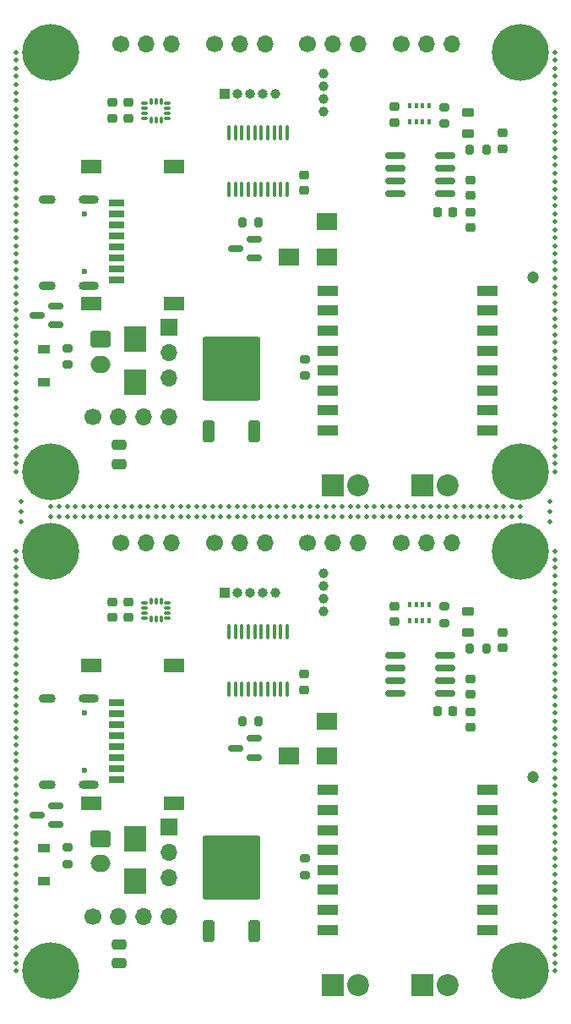
<source format=gbr>
%TF.GenerationSoftware,KiCad,Pcbnew,7.0.11*%
%TF.CreationDate,2024-05-24T13:54:11+08:00*%
%TF.ProjectId,panel,70616e65-6c2e-46b6-9963-61645f706362,rev?*%
%TF.SameCoordinates,Original*%
%TF.FileFunction,Soldermask,Bot*%
%TF.FilePolarity,Negative*%
%FSLAX46Y46*%
G04 Gerber Fmt 4.6, Leading zero omitted, Abs format (unit mm)*
G04 Created by KiCad (PCBNEW 7.0.11) date 2024-05-24 13:54:11*
%MOMM*%
%LPD*%
G01*
G04 APERTURE LIST*
G04 Aperture macros list*
%AMRoundRect*
0 Rectangle with rounded corners*
0 $1 Rounding radius*
0 $2 $3 $4 $5 $6 $7 $8 $9 X,Y pos of 4 corners*
0 Add a 4 corners polygon primitive as box body*
4,1,4,$2,$3,$4,$5,$6,$7,$8,$9,$2,$3,0*
0 Add four circle primitives for the rounded corners*
1,1,$1+$1,$2,$3*
1,1,$1+$1,$4,$5*
1,1,$1+$1,$6,$7*
1,1,$1+$1,$8,$9*
0 Add four rect primitives between the rounded corners*
20,1,$1+$1,$2,$3,$4,$5,0*
20,1,$1+$1,$4,$5,$6,$7,0*
20,1,$1+$1,$6,$7,$8,$9,0*
20,1,$1+$1,$8,$9,$2,$3,0*%
G04 Aperture macros list end*
%ADD10C,0.500000*%
%ADD11C,5.700000*%
%ADD12R,2.200000X2.200000*%
%ADD13C,2.200000*%
%ADD14C,0.600000*%
%ADD15O,2.000000X0.900000*%
%ADD16O,1.700000X0.900000*%
%ADD17C,1.700000*%
%ADD18O,1.700000X1.700000*%
%ADD19RoundRect,0.250000X-0.750000X0.600000X-0.750000X-0.600000X0.750000X-0.600000X0.750000X0.600000X0*%
%ADD20O,2.000000X1.700000*%
%ADD21R,1.700000X1.700000*%
%ADD22RoundRect,0.200000X0.200000X0.275000X-0.200000X0.275000X-0.200000X-0.275000X0.200000X-0.275000X0*%
%ADD23RoundRect,0.218750X0.381250X-0.218750X0.381250X0.218750X-0.381250X0.218750X-0.381250X-0.218750X0*%
%ADD24R,0.350000X0.500000*%
%ADD25R,1.200000X0.900000*%
%ADD26R,2.300000X2.500000*%
%ADD27C,1.000000*%
%ADD28RoundRect,0.225000X0.250000X-0.225000X0.250000X0.225000X-0.250000X0.225000X-0.250000X-0.225000X0*%
%ADD29RoundRect,0.200000X-0.275000X0.200000X-0.275000X-0.200000X0.275000X-0.200000X0.275000X0.200000X0*%
%ADD30RoundRect,0.225000X-0.250000X0.225000X-0.250000X-0.225000X0.250000X-0.225000X0.250000X0.225000X0*%
%ADD31RoundRect,0.100000X0.100000X-0.637500X0.100000X0.637500X-0.100000X0.637500X-0.100000X-0.637500X0*%
%ADD32RoundRect,0.250000X0.350000X-0.850000X0.350000X0.850000X-0.350000X0.850000X-0.350000X-0.850000X0*%
%ADD33RoundRect,0.249997X2.650003X-2.950003X2.650003X2.950003X-2.650003X2.950003X-2.650003X-2.950003X0*%
%ADD34RoundRect,0.150000X0.587500X0.150000X-0.587500X0.150000X-0.587500X-0.150000X0.587500X-0.150000X0*%
%ADD35R,1.500000X0.800000*%
%ADD36R,2.000000X1.450000*%
%ADD37R,2.100000X1.700000*%
%ADD38RoundRect,0.225000X-0.225000X-0.250000X0.225000X-0.250000X0.225000X0.250000X-0.225000X0.250000X0*%
%ADD39RoundRect,0.250000X-0.475000X0.250000X-0.475000X-0.250000X0.475000X-0.250000X0.475000X0.250000X0*%
%ADD40RoundRect,0.150000X-0.825000X-0.150000X0.825000X-0.150000X0.825000X0.150000X-0.825000X0.150000X0*%
%ADD41RoundRect,0.087500X0.225000X0.087500X-0.225000X0.087500X-0.225000X-0.087500X0.225000X-0.087500X0*%
%ADD42RoundRect,0.087500X0.087500X0.225000X-0.087500X0.225000X-0.087500X-0.225000X0.087500X-0.225000X0*%
%ADD43O,1.000000X1.000000*%
%ADD44R,1.000000X1.000000*%
%ADD45RoundRect,0.200000X0.275000X-0.200000X0.275000X0.200000X-0.275000X0.200000X-0.275000X-0.200000X0*%
%ADD46R,2.000000X1.000000*%
%ADD47C,1.200000*%
G04 APERTURE END LIST*
D10*
%TO.C,KiKit_MB_2_24*%
X109862064Y-68500008D03*
%TD*%
%TO.C,KiKit_MB_2_52*%
X87172406Y-68500001D03*
%TD*%
D11*
%TO.C,H2*%
X81499948Y-65000063D03*
%TD*%
D10*
%TO.C,KiKit_MB_3_5*%
X132000010Y-26230770D03*
%TD*%
%TO.C,KiKit_MB_2_56*%
X83931026Y-68500000D03*
%TD*%
D12*
%TO.C,J7*%
X109781248Y-66391263D03*
D13*
X112321248Y-66391263D03*
%TD*%
D10*
%TO.C,KiKit_MB_2_11*%
X120396549Y-68500011D03*
%TD*%
%TO.C,KiKit_MB_6_3*%
X132000010Y-74615398D03*
%TD*%
%TO.C,KiKit_MB_5_24*%
X100137922Y-69500017D03*
%TD*%
%TO.C,KiKit_MB_3_32*%
X132000003Y-48038461D03*
%TD*%
%TO.C,KiKit_MB_3_16*%
X132000007Y-35115385D03*
%TD*%
%TO.C,KiKit_MB_4_32*%
X78000000Y-89961552D03*
%TD*%
%TO.C,KiKit_MB_2_10*%
X121206894Y-68500011D03*
%TD*%
%TO.C,KiKit_MB_4_10*%
X78000008Y-107730783D03*
%TD*%
%TO.C,KiKit_MB_5_55*%
X125258611Y-69500014D03*
%TD*%
%TO.C,KiKit_MB_2_29*%
X105810339Y-68500007D03*
%TD*%
D11*
%TO.C,H4*%
X128499948Y-73000077D03*
%TD*%
D10*
%TO.C,KiKit_MB_4_19*%
X78000005Y-100461552D03*
%TD*%
D11*
%TO.C,H2*%
X81499948Y-115000077D03*
%TD*%
D10*
%TO.C,KiKit_MB_1_51*%
X77999992Y-24615385D03*
%TD*%
%TO.C,KiKit_MB_4_46*%
X77999994Y-78653860D03*
%TD*%
D11*
%TO.C,H3*%
X128499948Y-115000077D03*
%TD*%
D10*
%TO.C,KiKit_MB_5_22*%
X98517233Y-69500017D03*
%TD*%
%TO.C,KiKit_MB_6_33*%
X132000003Y-98846167D03*
%TD*%
%TO.C,KiKit_MB_5_10*%
X88793095Y-69500019D03*
%TD*%
D14*
%TO.C,J3*%
X84819648Y-89155077D03*
X84819648Y-94935077D03*
D15*
X85299648Y-87725077D03*
D16*
X81129648Y-87725077D03*
D15*
X85299648Y-96365077D03*
D16*
X81129648Y-96365077D03*
%TD*%
D10*
%TO.C,KiKit_MB_6_17*%
X132000007Y-85923091D03*
%TD*%
%TO.C,KiKit_MB_5_15*%
X92844819Y-69500018D03*
%TD*%
%TO.C,KiKit_MB_1_39*%
X77999997Y-34307693D03*
%TD*%
%TO.C,KiKit_MB_2_46*%
X92034476Y-68500003D03*
%TD*%
%TO.C,KiKit_MB_2_23*%
X110672409Y-68500008D03*
%TD*%
%TO.C,KiKit_MB_6_40*%
X132000001Y-104500014D03*
%TD*%
%TO.C,KiKit_MB_6_7*%
X132000009Y-77846167D03*
%TD*%
%TO.C,KiKit_MB_4_2*%
X78000011Y-114192321D03*
%TD*%
%TO.C,KiKit_MB_2_51*%
X87982751Y-68500001D03*
%TD*%
%TO.C,KiKit_MB_3_3*%
X132000010Y-24615385D03*
%TD*%
%TO.C,KiKit_MB_6_42*%
X132000001Y-106115398D03*
%TD*%
%TO.C,KiKit_MB_1_23*%
X78000003Y-47230769D03*
%TD*%
%TO.C,KiKit_MB_5_48*%
X119586197Y-69500015D03*
%TD*%
%TO.C,KiKit_MB_5_31*%
X105810335Y-69500016D03*
%TD*%
%TO.C,KiKit_MB_1_15*%
X78000006Y-53692307D03*
%TD*%
%TO.C,KiKit_MB_4_39*%
X77999997Y-84307706D03*
%TD*%
%TO.C,KiKit_MB_6_32*%
X132000003Y-98038475D03*
%TD*%
%TO.C,KiKit_MB_5_9*%
X87982750Y-69500019D03*
%TD*%
%TO.C,KiKit_MB_2_57*%
X83120681Y-68500000D03*
%TD*%
%TO.C,KiKit_MB_3_37*%
X132000002Y-52076923D03*
%TD*%
%TO.C,KiKit_MB_1_22*%
X78000003Y-48038461D03*
%TD*%
%TO.C,KiKit_MB_2_37*%
X99327581Y-68500005D03*
%TD*%
%TO.C,KiKit_MB_3_11*%
X132000008Y-31076924D03*
%TD*%
%TO.C,KiKit_MB_4_28*%
X78000001Y-93192321D03*
%TD*%
%TO.C,KiKit_MB_5_11*%
X89603440Y-69500018D03*
%TD*%
%TO.C,KiKit_MB_4_29*%
X78000001Y-92384629D03*
%TD*%
%TO.C,KiKit_MB_1_21*%
X78000004Y-48846154D03*
%TD*%
%TO.C,KiKit_MB_2_8*%
X122827584Y-68500012D03*
%TD*%
%TO.C,KiKit_MB_2_33*%
X102568960Y-68500006D03*
%TD*%
%TO.C,KiKit_MB_3_15*%
X132000007Y-34307693D03*
%TD*%
%TO.C,KiKit_MB_5_27*%
X102568957Y-69500017D03*
%TD*%
%TO.C,KiKit_MB_3_26*%
X132000005Y-43192308D03*
%TD*%
%TO.C,KiKit_MB_6_47*%
X132000000Y-110153860D03*
%TD*%
%TO.C,KiKit_MB_4_37*%
X77999998Y-85923091D03*
%TD*%
%TO.C,KiKit_MB_6_46*%
X132000000Y-109346167D03*
%TD*%
%TO.C,KiKit_MB_1_36*%
X77999998Y-36730770D03*
%TD*%
%TO.C,KiKit_MB_6_9*%
X132000009Y-79461552D03*
%TD*%
%TO.C,KiKit_MB_2_35*%
X100948271Y-68500005D03*
%TD*%
%TO.C,KiKit_MB_3_14*%
X132000007Y-33500001D03*
%TD*%
%TO.C,KiKit_MB_4_25*%
X78000002Y-95615398D03*
%TD*%
%TO.C,KiKit_MB_3_52*%
X131999999Y-64192307D03*
%TD*%
%TO.C,KiKit_MB_1_40*%
X77999997Y-33500001D03*
%TD*%
%TO.C,KiKit_MB_6_2*%
X132000010Y-73807706D03*
%TD*%
%TO.C,KiKit_MB_2_9*%
X122017239Y-68500012D03*
%TD*%
%TO.C,KiKit_MB_2_30*%
X104999995Y-68500006D03*
%TD*%
%TO.C,KiKit_MB_8_1*%
X131500010Y-68000513D03*
%TD*%
%TO.C,KiKit_MB_3_46*%
X132000000Y-59346153D03*
%TD*%
%TO.C,KiKit_MB_4_17*%
X78000005Y-102076937D03*
%TD*%
%TO.C,KiKit_MB_1_7*%
X78000009Y-60153846D03*
%TD*%
D17*
%TO.C,M3*%
X107221248Y-72128777D03*
D18*
X109761248Y-72128777D03*
X112301248Y-72128777D03*
%TD*%
D10*
%TO.C,KiKit_MB_6_12*%
X132000008Y-81884629D03*
%TD*%
%TO.C,KiKit_MB_5_46*%
X117965508Y-69500015D03*
%TD*%
%TO.C,KiKit_MB_5_30*%
X104999991Y-69500017D03*
%TD*%
%TO.C,KiKit_MB_5_35*%
X109051715Y-69500016D03*
%TD*%
%TO.C,KiKit_MB_2_6*%
X124448274Y-68500012D03*
%TD*%
%TO.C,KiKit_MB_2_27*%
X107431029Y-68500007D03*
%TD*%
%TO.C,KiKit_MB_6_53*%
X131999998Y-115000014D03*
%TD*%
%TO.C,KiKit_MB_4_33*%
X77999999Y-89153860D03*
%TD*%
%TO.C,KiKit_MB_6_24*%
X132000005Y-91576937D03*
%TD*%
%TO.C,KiKit_MB_3_6*%
X132000009Y-27038462D03*
%TD*%
%TO.C,KiKit_MB_7_2*%
X78499991Y-69000513D03*
%TD*%
%TO.C,KiKit_MB_4_30*%
X78000000Y-91576937D03*
%TD*%
%TO.C,KiKit_MB_4_43*%
X77999995Y-81076937D03*
%TD*%
%TO.C,KiKit_MB_4_26*%
X78000002Y-94807706D03*
%TD*%
%TO.C,KiKit_MB_1_47*%
X77999994Y-27846155D03*
%TD*%
%TO.C,KiKit_MB_6_31*%
X132000004Y-97230783D03*
%TD*%
%TO.C,KiKit_MB_2_36*%
X100137926Y-68500005D03*
%TD*%
D17*
%TO.C,M1*%
X88504548Y-72128777D03*
D18*
X91044548Y-72128777D03*
X93584548Y-72128777D03*
%TD*%
D14*
%TO.C,J3*%
X84819648Y-39155063D03*
X84819648Y-44935063D03*
D15*
X85299648Y-37725063D03*
D16*
X81129648Y-37725063D03*
D15*
X85299648Y-46365063D03*
D16*
X81129648Y-46365063D03*
%TD*%
D10*
%TO.C,KiKit_MB_6_18*%
X132000007Y-86730783D03*
%TD*%
%TO.C,KiKit_MB_6_20*%
X132000006Y-88346167D03*
%TD*%
%TO.C,KiKit_MB_1_27*%
X78000002Y-44000001D03*
%TD*%
%TO.C,KiKit_MB_8_3*%
X131500010Y-70000513D03*
%TD*%
%TO.C,KiKit_MB_2_18*%
X114724134Y-68500009D03*
%TD*%
%TO.C,KiKit_MB_3_24*%
X132000005Y-41576924D03*
%TD*%
%TO.C,KiKit_MB_6_11*%
X132000008Y-81076937D03*
%TD*%
%TO.C,KiKit_MB_3_23*%
X132000005Y-40769231D03*
%TD*%
%TO.C,KiKit_MB_2_43*%
X94465511Y-68500003D03*
%TD*%
%TO.C,KiKit_MB_1_42*%
X77999996Y-31884616D03*
%TD*%
%TO.C,KiKit_MB_1_18*%
X78000005Y-51269231D03*
%TD*%
%TO.C,KiKit_MB_1_30*%
X78000000Y-41576924D03*
%TD*%
%TO.C,KiKit_MB_4_50*%
X77999993Y-75423091D03*
%TD*%
%TO.C,KiKit_MB_2_40*%
X96896546Y-68500004D03*
%TD*%
%TO.C,KiKit_MB_1_46*%
X77999994Y-28653847D03*
%TD*%
%TO.C,KiKit_MB_5_36*%
X109862059Y-69500016D03*
%TD*%
%TO.C,KiKit_MB_1_43*%
X77999995Y-31076924D03*
%TD*%
%TO.C,KiKit_MB_1_6*%
X78000010Y-60961538D03*
%TD*%
%TO.C,KiKit_MB_4_15*%
X78000006Y-103692321D03*
%TD*%
%TO.C,KiKit_MB_4_38*%
X77999997Y-85115398D03*
%TD*%
D12*
%TO.C,J6*%
X118717248Y-66391263D03*
D13*
X121257248Y-66391263D03*
%TD*%
D10*
%TO.C,KiKit_MB_6_50*%
X131999999Y-112576937D03*
%TD*%
%TO.C,KiKit_MB_3_12*%
X132000008Y-31884616D03*
%TD*%
%TO.C,KiKit_MB_6_21*%
X132000006Y-89153860D03*
%TD*%
D19*
%TO.C,J1*%
X86479648Y-101715077D03*
D20*
X86479648Y-104215077D03*
%TD*%
D10*
%TO.C,KiKit_MB_6_39*%
X132000002Y-103692321D03*
%TD*%
%TO.C,KiKit_MB_2_26*%
X108241374Y-68500007D03*
%TD*%
%TO.C,KiKit_MB_4_7*%
X78000009Y-110153860D03*
%TD*%
%TO.C,KiKit_MB_3_41*%
X132000001Y-55307692D03*
%TD*%
%TO.C,KiKit_MB_4_40*%
X77999997Y-83500014D03*
%TD*%
%TO.C,KiKit_MB_5_32*%
X106620680Y-69500016D03*
%TD*%
%TO.C,KiKit_MB_2_55*%
X84741371Y-68500000D03*
%TD*%
%TO.C,KiKit_MB_4_42*%
X77999996Y-81884629D03*
%TD*%
%TO.C,KiKit_MB_4_14*%
X78000007Y-104500014D03*
%TD*%
%TO.C,KiKit_MB_3_18*%
X132000007Y-36730770D03*
%TD*%
%TO.C,KiKit_MB_6_6*%
X132000009Y-77038475D03*
%TD*%
%TO.C,KiKit_MB_5_41*%
X113913784Y-69500015D03*
%TD*%
%TO.C,KiKit_MB_1_52*%
X77999992Y-23807693D03*
%TD*%
%TO.C,KiKit_MB_1_38*%
X77999997Y-35115385D03*
%TD*%
%TO.C,KiKit_MB_5_50*%
X121206887Y-69500014D03*
%TD*%
%TO.C,KiKit_MB_1_8*%
X78000009Y-59346154D03*
%TD*%
%TO.C,KiKit_MB_4_27*%
X78000002Y-94000014D03*
%TD*%
%TO.C,KiKit_MB_3_8*%
X132000009Y-28653847D03*
%TD*%
%TO.C,KiKit_MB_6_19*%
X132000006Y-87538475D03*
%TD*%
%TO.C,KiKit_MB_3_10*%
X132000008Y-30269231D03*
%TD*%
%TO.C,KiKit_MB_4_4*%
X78000010Y-112576937D03*
%TD*%
%TO.C,KiKit_MB_4_21*%
X78000004Y-98846168D03*
%TD*%
%TO.C,KiKit_MB_4_16*%
X78000006Y-102884629D03*
%TD*%
%TO.C,KiKit_MB_1_20*%
X78000004Y-49653846D03*
%TD*%
D19*
%TO.C,J1*%
X86479648Y-51715063D03*
D20*
X86479648Y-54215063D03*
%TD*%
D10*
%TO.C,KiKit_MB_2_19*%
X113913789Y-68500009D03*
%TD*%
%TO.C,KiKit_MB_5_18*%
X95275854Y-69500018D03*
%TD*%
D11*
%TO.C,H4*%
X128499948Y-23000063D03*
%TD*%
D10*
%TO.C,KiKit_MB_4_11*%
X78000008Y-106923091D03*
%TD*%
%TO.C,KiKit_MB_5_3*%
X83120681Y-69500019D03*
%TD*%
%TO.C,KiKit_MB_1_48*%
X77999993Y-27038462D03*
%TD*%
%TO.C,KiKit_MB_4_49*%
X77999993Y-76230783D03*
%TD*%
%TO.C,KiKit_MB_1_53*%
X77999992Y-23000001D03*
%TD*%
%TO.C,KiKit_MB_1_50*%
X77999993Y-25423078D03*
%TD*%
%TO.C,KiKit_MB_2_58*%
X82310336Y-68500000D03*
%TD*%
%TO.C,KiKit_MB_3_33*%
X132000003Y-48846153D03*
%TD*%
%TO.C,KiKit_MB_6_37*%
X132000002Y-102076937D03*
%TD*%
%TO.C,KiKit_MB_6_10*%
X132000008Y-80269244D03*
%TD*%
%TO.C,KiKit_MB_1_41*%
X77999996Y-32692308D03*
%TD*%
%TO.C,KiKit_MB_3_13*%
X132000008Y-32692308D03*
%TD*%
%TO.C,KiKit_MB_2_44*%
X93655166Y-68500003D03*
%TD*%
%TO.C,KiKit_MB_3_20*%
X132000006Y-38346154D03*
%TD*%
%TO.C,KiKit_MB_1_37*%
X77999998Y-35923078D03*
%TD*%
%TO.C,KiKit_MB_2_38*%
X98517236Y-68500005D03*
%TD*%
D21*
%TO.C,J13*%
X93279648Y-100540077D03*
D18*
X93279648Y-103080077D03*
X93279648Y-105620077D03*
%TD*%
D10*
%TO.C,KiKit_MB_1_5*%
X78000010Y-61769231D03*
%TD*%
%TO.C,KiKit_MB_4_8*%
X78000009Y-109346168D03*
%TD*%
%TO.C,KiKit_MB_2_31*%
X104189650Y-68500006D03*
%TD*%
%TO.C,KiKit_MB_5_54*%
X124448266Y-69500014D03*
%TD*%
%TO.C,KiKit_MB_5_21*%
X97706888Y-69500017D03*
%TD*%
%TO.C,KiKit_MB_5_6*%
X85551716Y-69500019D03*
%TD*%
%TO.C,KiKit_MB_6_13*%
X132000008Y-82692321D03*
%TD*%
%TO.C,KiKit_MB_1_14*%
X78000007Y-54500000D03*
%TD*%
%TO.C,KiKit_MB_2_59*%
X81499991Y-68499999D03*
%TD*%
%TO.C,KiKit_MB_4_23*%
X78000003Y-97230783D03*
%TD*%
%TO.C,KiKit_MB_2_45*%
X92844821Y-68500003D03*
%TD*%
%TO.C,KiKit_MB_3_30*%
X132000004Y-46423077D03*
%TD*%
%TO.C,KiKit_MB_1_24*%
X78000003Y-46423077D03*
%TD*%
%TO.C,KiKit_MB_5_47*%
X118775853Y-69500015D03*
%TD*%
%TO.C,KiKit_MB_5_38*%
X111482749Y-69500016D03*
%TD*%
%TO.C,KiKit_MB_2_39*%
X97706891Y-68500004D03*
%TD*%
%TO.C,KiKit_MB_5_13*%
X91224129Y-69500018D03*
%TD*%
%TO.C,KiKit_MB_2_21*%
X112293099Y-68500009D03*
%TD*%
%TO.C,KiKit_MB_6_25*%
X132000005Y-92384629D03*
%TD*%
%TO.C,KiKit_MB_3_19*%
X132000006Y-37538462D03*
%TD*%
%TO.C,KiKit_MB_2_7*%
X123637929Y-68500012D03*
%TD*%
%TO.C,KiKit_MB_5_20*%
X96896543Y-69500018D03*
%TD*%
%TO.C,KiKit_MB_1_2*%
X78000011Y-64192307D03*
%TD*%
D11*
%TO.C,H1*%
X81499948Y-73000077D03*
%TD*%
D10*
%TO.C,KiKit_MB_7_1*%
X78499991Y-68000513D03*
%TD*%
D17*
%TO.C,M2*%
X97862948Y-72128777D03*
D18*
X100402948Y-72128777D03*
X102942948Y-72128777D03*
%TD*%
D10*
%TO.C,KiKit_MB_6_8*%
X132000009Y-78653860D03*
%TD*%
%TO.C,KiKit_MB_2_25*%
X109051719Y-68500008D03*
%TD*%
%TO.C,KiKit_MB_6_4*%
X132000010Y-75423091D03*
%TD*%
%TO.C,KiKit_MB_5_51*%
X122017232Y-69500014D03*
%TD*%
%TO.C,KiKit_MB_1_16*%
X78000006Y-52884615D03*
%TD*%
D12*
%TO.C,J6*%
X118717248Y-116391277D03*
D13*
X121257248Y-116391277D03*
%TD*%
D11*
%TO.C,H1*%
X81499948Y-23000063D03*
%TD*%
D10*
%TO.C,KiKit_MB_6_1*%
X132000010Y-73000014D03*
%TD*%
D17*
%TO.C,M2*%
X97862948Y-22128763D03*
D18*
X100402948Y-22128763D03*
X102942948Y-22128763D03*
%TD*%
D10*
%TO.C,KiKit_MB_5_1*%
X81499991Y-69500020D03*
%TD*%
%TO.C,KiKit_MB_5_37*%
X110672404Y-69500016D03*
%TD*%
%TO.C,KiKit_MB_6_5*%
X132000010Y-76230783D03*
%TD*%
%TO.C,KiKit_MB_5_2*%
X82310336Y-69500019D03*
%TD*%
%TO.C,KiKit_MB_6_51*%
X131999999Y-113384629D03*
%TD*%
%TO.C,KiKit_MB_3_31*%
X132000004Y-47230769D03*
%TD*%
%TO.C,KiKit_MB_1_4*%
X78000010Y-62576923D03*
%TD*%
D21*
%TO.C,J13*%
X93279648Y-50540063D03*
D18*
X93279648Y-53080063D03*
X93279648Y-55620063D03*
%TD*%
D10*
%TO.C,KiKit_MB_5_17*%
X94465509Y-69500018D03*
%TD*%
%TO.C,KiKit_MB_5_34*%
X108241370Y-69500016D03*
%TD*%
%TO.C,KiKit_MB_6_28*%
X132000004Y-94807706D03*
%TD*%
%TO.C,KiKit_MB_5_7*%
X86362060Y-69500019D03*
%TD*%
%TO.C,KiKit_MB_2_15*%
X117155169Y-68500010D03*
%TD*%
%TO.C,KiKit_MB_3_28*%
X132000004Y-44807692D03*
%TD*%
D12*
%TO.C,J7*%
X109781248Y-116391277D03*
D13*
X112321248Y-116391277D03*
%TD*%
D17*
%TO.C,M4*%
X116579548Y-22128763D03*
D18*
X119119548Y-22128763D03*
X121659548Y-22128763D03*
%TD*%
D10*
%TO.C,KiKit_MB_2_3*%
X126879308Y-68500013D03*
%TD*%
%TO.C,KiKit_MB_1_17*%
X78000005Y-52076923D03*
%TD*%
%TO.C,KiKit_MB_5_52*%
X122827577Y-69500014D03*
%TD*%
%TO.C,KiKit_MB_1_10*%
X78000008Y-57730769D03*
%TD*%
%TO.C,KiKit_MB_3_49*%
X131999999Y-61769230D03*
%TD*%
%TO.C,KiKit_MB_3_43*%
X132000001Y-56923077D03*
%TD*%
%TO.C,KiKit_MB_6_27*%
X132000004Y-94000014D03*
%TD*%
%TO.C,KiKit_MB_4_24*%
X78000003Y-96423091D03*
%TD*%
%TO.C,KiKit_MB_6_52*%
X131999999Y-114192321D03*
%TD*%
%TO.C,KiKit_MB_5_14*%
X92034474Y-69500018D03*
%TD*%
%TO.C,KiKit_MB_2_54*%
X85551716Y-68500001D03*
%TD*%
%TO.C,KiKit_MB_2_32*%
X103379305Y-68500006D03*
%TD*%
%TO.C,KiKit_MB_3_39*%
X132000002Y-53692307D03*
%TD*%
%TO.C,KiKit_MB_4_48*%
X77999993Y-77038475D03*
%TD*%
%TO.C,KiKit_MB_5_4*%
X83931026Y-69500019D03*
%TD*%
%TO.C,KiKit_MB_4_36*%
X77999998Y-86730783D03*
%TD*%
%TO.C,KiKit_MB_5_16*%
X93655164Y-69500018D03*
%TD*%
%TO.C,KiKit_MB_1_28*%
X78000001Y-43192308D03*
%TD*%
D11*
%TO.C,H3*%
X128499948Y-65000063D03*
%TD*%
D10*
%TO.C,KiKit_MB_3_53*%
X131999998Y-65000000D03*
%TD*%
%TO.C,KiKit_MB_5_39*%
X112293094Y-69500016D03*
%TD*%
%TO.C,KiKit_MB_5_5*%
X84741371Y-69500019D03*
%TD*%
%TO.C,KiKit_MB_1_12*%
X78000007Y-56115384D03*
%TD*%
%TO.C,KiKit_MB_3_47*%
X132000000Y-60153846D03*
%TD*%
%TO.C,KiKit_MB_1_1*%
X78000012Y-65000000D03*
%TD*%
%TO.C,KiKit_MB_6_44*%
X132000001Y-107730783D03*
%TD*%
%TO.C,KiKit_MB_4_47*%
X77999994Y-77846168D03*
%TD*%
%TO.C,KiKit_MB_2_49*%
X89603441Y-68500002D03*
%TD*%
%TO.C,KiKit_MB_5_19*%
X96086198Y-69500018D03*
%TD*%
%TO.C,KiKit_MB_2_41*%
X96086201Y-68500004D03*
%TD*%
%TO.C,KiKit_MB_6_43*%
X132000001Y-106923091D03*
%TD*%
%TO.C,KiKit_MB_4_41*%
X77999996Y-82692321D03*
%TD*%
%TO.C,KiKit_MB_2_13*%
X118775859Y-68500011D03*
%TD*%
%TO.C,KiKit_MB_1_32*%
X78000000Y-39961539D03*
%TD*%
%TO.C,KiKit_MB_3_17*%
X132000007Y-35923078D03*
%TD*%
%TO.C,KiKit_MB_1_29*%
X78000001Y-42384616D03*
%TD*%
%TO.C,KiKit_MB_4_34*%
X77999999Y-88346168D03*
%TD*%
%TO.C,KiKit_MB_2_53*%
X86362061Y-68500001D03*
%TD*%
%TO.C,KiKit_MB_4_52*%
X77999992Y-73807706D03*
%TD*%
%TO.C,KiKit_MB_3_7*%
X132000009Y-27846154D03*
%TD*%
%TO.C,KiKit_MB_2_5*%
X125258618Y-68500013D03*
%TD*%
%TO.C,KiKit_MB_3_1*%
X132000010Y-23000001D03*
%TD*%
%TO.C,KiKit_MB_5_57*%
X126879301Y-69500014D03*
%TD*%
%TO.C,KiKit_MB_2_28*%
X106620684Y-68500007D03*
%TD*%
%TO.C,KiKit_MB_1_9*%
X78000008Y-58538461D03*
%TD*%
%TO.C,KiKit_MB_4_53*%
X77999992Y-73000014D03*
%TD*%
%TO.C,KiKit_MB_3_48*%
X132000000Y-60961538D03*
%TD*%
%TO.C,KiKit_MB_5_23*%
X99327578Y-69500017D03*
%TD*%
%TO.C,KiKit_MB_5_29*%
X104189647Y-69500017D03*
%TD*%
%TO.C,KiKit_MB_3_25*%
X132000005Y-42384616D03*
%TD*%
%TO.C,KiKit_MB_5_28*%
X103379302Y-69500017D03*
%TD*%
%TO.C,KiKit_MB_5_49*%
X120396542Y-69500015D03*
%TD*%
%TO.C,KiKit_MB_6_34*%
X132000003Y-99653860D03*
%TD*%
%TO.C,KiKit_MB_6_14*%
X132000007Y-83500014D03*
%TD*%
%TO.C,KiKit_MB_3_51*%
X131999999Y-63384615D03*
%TD*%
%TO.C,KiKit_MB_1_13*%
X78000007Y-55307692D03*
%TD*%
%TO.C,KiKit_MB_3_45*%
X132000000Y-58538461D03*
%TD*%
%TO.C,KiKit_MB_1_3*%
X78000011Y-63384615D03*
%TD*%
%TO.C,KiKit_MB_4_22*%
X78000003Y-98038475D03*
%TD*%
%TO.C,KiKit_MB_6_15*%
X132000007Y-84307706D03*
%TD*%
%TO.C,KiKit_MB_6_41*%
X132000001Y-105307706D03*
%TD*%
%TO.C,KiKit_MB_5_44*%
X116344818Y-69500015D03*
%TD*%
%TO.C,KiKit_MB_5_33*%
X107431025Y-69500016D03*
%TD*%
%TO.C,KiKit_MB_5_53*%
X123637921Y-69500014D03*
%TD*%
%TO.C,KiKit_MB_1_31*%
X78000000Y-40769232D03*
%TD*%
%TO.C,KiKit_MB_3_42*%
X132000001Y-56115384D03*
%TD*%
%TO.C,KiKit_MB_1_49*%
X77999993Y-26230770D03*
%TD*%
%TO.C,KiKit_MB_3_38*%
X132000002Y-52884615D03*
%TD*%
%TO.C,KiKit_MB_5_12*%
X90413785Y-69500018D03*
%TD*%
%TO.C,KiKit_MB_3_34*%
X132000003Y-49653846D03*
%TD*%
%TO.C,KiKit_MB_2_42*%
X95275856Y-68500004D03*
%TD*%
%TO.C,KiKit_MB_4_9*%
X78000008Y-108538475D03*
%TD*%
%TO.C,KiKit_MB_2_34*%
X101758615Y-68500006D03*
%TD*%
%TO.C,KiKit_MB_2_47*%
X91224131Y-68500002D03*
%TD*%
%TO.C,KiKit_MB_5_26*%
X101758612Y-69500017D03*
%TD*%
%TO.C,KiKit_MB_2_1*%
X128499998Y-68500013D03*
%TD*%
%TO.C,KiKit_MB_3_4*%
X132000010Y-25423078D03*
%TD*%
%TO.C,KiKit_MB_2_2*%
X127689653Y-68500013D03*
%TD*%
%TO.C,KiKit_MB_5_45*%
X117155163Y-69500015D03*
%TD*%
%TO.C,KiKit_MB_6_26*%
X132000005Y-93192321D03*
%TD*%
%TO.C,KiKit_MB_3_22*%
X132000006Y-39961539D03*
%TD*%
%TO.C,KiKit_MB_4_6*%
X78000010Y-110961552D03*
%TD*%
%TO.C,KiKit_MB_3_40*%
X132000001Y-54500000D03*
%TD*%
%TO.C,KiKit_MB_5_8*%
X87172405Y-69500019D03*
%TD*%
%TO.C,KiKit_MB_2_22*%
X111482754Y-68500008D03*
%TD*%
%TO.C,KiKit_MB_4_35*%
X77999998Y-87538475D03*
%TD*%
%TO.C,KiKit_MB_6_30*%
X132000004Y-96423091D03*
%TD*%
D17*
%TO.C,M3*%
X107221248Y-22128763D03*
D18*
X109761248Y-22128763D03*
X112301248Y-22128763D03*
%TD*%
D10*
%TO.C,KiKit_MB_1_33*%
X77999999Y-39153847D03*
%TD*%
%TO.C,KiKit_MB_6_22*%
X132000006Y-89961552D03*
%TD*%
%TO.C,KiKit_MB_1_25*%
X78000002Y-45615384D03*
%TD*%
D17*
%TO.C,M4*%
X116579548Y-72128777D03*
D18*
X119119548Y-72128777D03*
X121659548Y-72128777D03*
%TD*%
D10*
%TO.C,KiKit_MB_1_26*%
X78000002Y-44807692D03*
%TD*%
%TO.C,KiKit_MB_1_19*%
X78000005Y-50461538D03*
%TD*%
%TO.C,KiKit_MB_3_21*%
X132000006Y-39153847D03*
%TD*%
%TO.C,KiKit_MB_3_29*%
X132000004Y-45615384D03*
%TD*%
%TO.C,KiKit_MB_2_17*%
X115534479Y-68500010D03*
%TD*%
%TO.C,KiKit_MB_5_58*%
X127689646Y-69500014D03*
%TD*%
%TO.C,KiKit_MB_4_18*%
X78000005Y-101269245D03*
%TD*%
%TO.C,KiKit_MB_4_20*%
X78000004Y-99653860D03*
%TD*%
%TO.C,KiKit_MB_8_2*%
X131500010Y-69000513D03*
%TD*%
%TO.C,KiKit_MB_5_40*%
X113103439Y-69500015D03*
%TD*%
%TO.C,KiKit_MB_4_5*%
X78000010Y-111769245D03*
%TD*%
%TO.C,KiKit_MB_5_59*%
X128499990Y-69500014D03*
%TD*%
%TO.C,KiKit_MB_2_50*%
X88793096Y-68500002D03*
%TD*%
%TO.C,KiKit_MB_1_45*%
X77999995Y-29461539D03*
%TD*%
%TO.C,KiKit_MB_3_27*%
X132000004Y-44000001D03*
%TD*%
%TO.C,KiKit_MB_4_12*%
X78000007Y-106115398D03*
%TD*%
%TO.C,KiKit_MB_2_12*%
X119586204Y-68500011D03*
%TD*%
%TO.C,KiKit_MB_3_9*%
X132000009Y-29461539D03*
%TD*%
%TO.C,KiKit_MB_2_20*%
X113103444Y-68500009D03*
%TD*%
%TO.C,KiKit_MB_2_48*%
X90413786Y-68500002D03*
%TD*%
%TO.C,KiKit_MB_3_36*%
X132000002Y-51269230D03*
%TD*%
%TO.C,KiKit_MB_3_2*%
X132000010Y-23807693D03*
%TD*%
%TO.C,KiKit_MB_5_43*%
X115534473Y-69500015D03*
%TD*%
%TO.C,KiKit_MB_6_29*%
X132000004Y-95615398D03*
%TD*%
%TO.C,KiKit_MB_6_49*%
X131999999Y-111769244D03*
%TD*%
%TO.C,KiKit_MB_2_4*%
X126068963Y-68500013D03*
%TD*%
%TO.C,KiKit_MB_4_51*%
X77999992Y-74615398D03*
%TD*%
%TO.C,KiKit_MB_4_45*%
X77999995Y-79461552D03*
%TD*%
%TO.C,KiKit_MB_1_35*%
X77999998Y-37538462D03*
%TD*%
%TO.C,KiKit_MB_6_23*%
X132000005Y-90769244D03*
%TD*%
%TO.C,KiKit_MB_3_44*%
X132000001Y-57730769D03*
%TD*%
%TO.C,KiKit_MB_1_11*%
X78000008Y-56923077D03*
%TD*%
%TO.C,KiKit_MB_3_50*%
X131999999Y-62576923D03*
%TD*%
%TO.C,KiKit_MB_4_1*%
X78000012Y-115000014D03*
%TD*%
%TO.C,KiKit_MB_6_45*%
X132000000Y-108538475D03*
%TD*%
%TO.C,KiKit_MB_5_42*%
X114724128Y-69500015D03*
%TD*%
%TO.C,KiKit_MB_6_35*%
X132000003Y-100461552D03*
%TD*%
%TO.C,KiKit_MB_4_44*%
X77999995Y-80269245D03*
%TD*%
%TO.C,KiKit_MB_4_3*%
X78000011Y-113384629D03*
%TD*%
%TO.C,KiKit_MB_6_36*%
X132000002Y-101269244D03*
%TD*%
%TO.C,KiKit_MB_2_14*%
X117965514Y-68500010D03*
%TD*%
D17*
%TO.C,M1*%
X88504548Y-22128763D03*
D18*
X91044548Y-22128763D03*
X93584548Y-22128763D03*
%TD*%
D10*
%TO.C,KiKit_MB_2_16*%
X116344824Y-68500010D03*
%TD*%
%TO.C,KiKit_MB_1_44*%
X77999995Y-30269232D03*
%TD*%
%TO.C,KiKit_MB_6_16*%
X132000007Y-85115398D03*
%TD*%
%TO.C,KiKit_MB_5_56*%
X126068956Y-69500014D03*
%TD*%
%TO.C,KiKit_MB_3_35*%
X132000003Y-50461538D03*
%TD*%
%TO.C,KiKit_MB_7_3*%
X78499991Y-70000513D03*
%TD*%
%TO.C,KiKit_MB_1_34*%
X77999999Y-38346155D03*
%TD*%
%TO.C,KiKit_MB_4_13*%
X78000007Y-105307706D03*
%TD*%
%TO.C,KiKit_MB_4_31*%
X78000000Y-90769245D03*
%TD*%
%TO.C,KiKit_MB_6_38*%
X132000002Y-102884629D03*
%TD*%
%TO.C,KiKit_MB_5_25*%
X100948267Y-69500017D03*
%TD*%
%TO.C,KiKit_MB_6_48*%
X132000000Y-110961552D03*
%TD*%
D22*
%TO.C,R12*%
X125121248Y-32728763D03*
X123471248Y-32728763D03*
%TD*%
D23*
%TO.C,L2*%
X123321248Y-81128777D03*
X123321248Y-79003777D03*
%TD*%
D24*
%TO.C,U10*%
X117444948Y-79920077D03*
X118094948Y-79920077D03*
X118744948Y-79920077D03*
X119394948Y-79920077D03*
X119394948Y-78320077D03*
X118744948Y-78320077D03*
X118094948Y-78320077D03*
X117444948Y-78320077D03*
%TD*%
D25*
%TO.C,D1*%
X80779648Y-56015063D03*
X80779648Y-52715063D03*
%TD*%
D26*
%TO.C,D6*%
X89929648Y-106015077D03*
X89929648Y-101715077D03*
%TD*%
D27*
%TO.C,TP5*%
X108779648Y-75155077D03*
%TD*%
D23*
%TO.C,L2*%
X123321248Y-31128763D03*
X123321248Y-29003763D03*
%TD*%
D28*
%TO.C,C22*%
X87629648Y-79590077D03*
X87629648Y-78040077D03*
%TD*%
D29*
%TO.C,R26*%
X83179648Y-52640063D03*
X83179648Y-54290063D03*
%TD*%
D28*
%TO.C,C13*%
X123521248Y-87303777D03*
X123521248Y-85753777D03*
%TD*%
D30*
%TO.C,C16*%
X115919948Y-28450063D03*
X115919948Y-30000063D03*
%TD*%
D31*
%TO.C,U3*%
X105179648Y-86740077D03*
X104529648Y-86740077D03*
X103879648Y-86740077D03*
X103229648Y-86740077D03*
X102579648Y-86740077D03*
X101929648Y-86740077D03*
X101279648Y-86740077D03*
X100629648Y-86740077D03*
X99979648Y-86740077D03*
X99329648Y-86740077D03*
X99329648Y-81015077D03*
X99979648Y-81015077D03*
X100629648Y-81015077D03*
X101279648Y-81015077D03*
X101929648Y-81015077D03*
X102579648Y-81015077D03*
X103229648Y-81015077D03*
X103879648Y-81015077D03*
X104529648Y-81015077D03*
X105179648Y-81015077D03*
%TD*%
D27*
%TO.C,TP4*%
X108779648Y-76425077D03*
%TD*%
D32*
%TO.C,U2*%
X101839648Y-110965077D03*
D33*
X99559648Y-104665077D03*
D32*
X97279648Y-110965077D03*
%TD*%
D34*
%TO.C,Q2*%
X101867148Y-91715077D03*
X101867148Y-93615077D03*
X99992148Y-92665077D03*
%TD*%
D35*
%TO.C,J12*%
X88109948Y-88105077D03*
X88109948Y-89205077D03*
X88109948Y-90305077D03*
X88109948Y-91405077D03*
X88109948Y-92505077D03*
X88109948Y-93605077D03*
X88109948Y-94705077D03*
X88109948Y-95805077D03*
D36*
X93809948Y-84430077D03*
X85509948Y-84430077D03*
X93809948Y-98180077D03*
X85509948Y-98180077D03*
%TD*%
D17*
%TO.C,J11*%
X85689648Y-59515063D03*
D18*
X88229648Y-59515063D03*
X90769648Y-59515063D03*
X93309648Y-59515063D03*
%TD*%
D37*
%TO.C,LS1*%
X105379648Y-93465077D03*
X109179648Y-89965077D03*
X109179648Y-93465077D03*
%TD*%
D34*
%TO.C,Q6*%
X82017148Y-98415077D03*
X82017148Y-100315077D03*
X80142148Y-99365077D03*
%TD*%
D38*
%TO.C,C11*%
X120206248Y-38993763D03*
X121756248Y-38993763D03*
%TD*%
D32*
%TO.C,U2*%
X101839648Y-60965063D03*
D33*
X99559648Y-54665063D03*
D32*
X97279648Y-60965063D03*
%TD*%
D39*
%TO.C,C15*%
X88329648Y-112315077D03*
X88329648Y-114215077D03*
%TD*%
D34*
%TO.C,Q6*%
X82017148Y-48415063D03*
X82017148Y-50315063D03*
X80142148Y-49365063D03*
%TD*%
D27*
%TO.C,TP1*%
X108779648Y-78965077D03*
%TD*%
D35*
%TO.C,J12*%
X88109948Y-38105063D03*
X88109948Y-39205063D03*
X88109948Y-40305063D03*
X88109948Y-41405063D03*
X88109948Y-42505063D03*
X88109948Y-43605063D03*
X88109948Y-44705063D03*
X88109948Y-45805063D03*
D36*
X93809948Y-34430063D03*
X85509948Y-34430063D03*
X93809948Y-48180063D03*
X85509948Y-48180063D03*
%TD*%
D29*
%TO.C,R14*%
X120919948Y-78475077D03*
X120919948Y-80125077D03*
%TD*%
D24*
%TO.C,U10*%
X117444948Y-29920063D03*
X118094948Y-29920063D03*
X118744948Y-29920063D03*
X119394948Y-29920063D03*
X119394948Y-28320063D03*
X118744948Y-28320063D03*
X118094948Y-28320063D03*
X117444948Y-28320063D03*
%TD*%
D40*
%TO.C,U6*%
X116051248Y-37153763D03*
X116051248Y-35883763D03*
X116051248Y-34613763D03*
X116051248Y-33343763D03*
X121001248Y-33343763D03*
X121001248Y-34613763D03*
X121001248Y-35883763D03*
X121001248Y-37153763D03*
%TD*%
D37*
%TO.C,LS1*%
X105379648Y-43465063D03*
X109179648Y-39965063D03*
X109179648Y-43465063D03*
%TD*%
D41*
%TO.C,U4*%
X93192148Y-78115077D03*
X93192148Y-78615077D03*
X93192148Y-79115077D03*
X93192148Y-79615077D03*
D42*
X92529648Y-79777577D03*
X92029648Y-79777577D03*
X91529648Y-79777577D03*
D41*
X90867148Y-79615077D03*
X90867148Y-79115077D03*
X90867148Y-78615077D03*
X90867148Y-78115077D03*
D42*
X91529648Y-77952577D03*
X92029648Y-77952577D03*
X92529648Y-77952577D03*
%TD*%
D28*
%TO.C,C14*%
X126721248Y-32628763D03*
X126721248Y-31078763D03*
%TD*%
%TO.C,C23*%
X89279648Y-29590063D03*
X89279648Y-28040063D03*
%TD*%
D27*
%TO.C,TP3*%
X108779648Y-77695077D03*
%TD*%
D28*
%TO.C,C14*%
X126721248Y-82628777D03*
X126721248Y-81078777D03*
%TD*%
D27*
%TO.C,J4*%
X104019948Y-77125077D03*
D43*
X102749948Y-77125077D03*
X101479948Y-77125077D03*
X100209948Y-77125077D03*
D44*
X98939948Y-77125077D03*
%TD*%
D27*
%TO.C,TP4*%
X108779648Y-26425063D03*
%TD*%
D28*
%TO.C,C13*%
X123521248Y-37303763D03*
X123521248Y-35753763D03*
%TD*%
D31*
%TO.C,U3*%
X105179648Y-36740063D03*
X104529648Y-36740063D03*
X103879648Y-36740063D03*
X103229648Y-36740063D03*
X102579648Y-36740063D03*
X101929648Y-36740063D03*
X101279648Y-36740063D03*
X100629648Y-36740063D03*
X99979648Y-36740063D03*
X99329648Y-36740063D03*
X99329648Y-31015063D03*
X99979648Y-31015063D03*
X100629648Y-31015063D03*
X101279648Y-31015063D03*
X101929648Y-31015063D03*
X102579648Y-31015063D03*
X103229648Y-31015063D03*
X103879648Y-31015063D03*
X104529648Y-31015063D03*
X105179648Y-31015063D03*
%TD*%
D30*
%TO.C,C3*%
X106829648Y-85265077D03*
X106829648Y-86815077D03*
%TD*%
D25*
%TO.C,D1*%
X80779648Y-106015077D03*
X80779648Y-102715077D03*
%TD*%
D28*
%TO.C,C9*%
X123521248Y-40578763D03*
X123521248Y-39028763D03*
%TD*%
D41*
%TO.C,U4*%
X93192148Y-28115063D03*
X93192148Y-28615063D03*
X93192148Y-29115063D03*
X93192148Y-29615063D03*
D42*
X92529648Y-29777563D03*
X92029648Y-29777563D03*
X91529648Y-29777563D03*
D41*
X90867148Y-29615063D03*
X90867148Y-29115063D03*
X90867148Y-28615063D03*
X90867148Y-28115063D03*
D42*
X91529648Y-27952563D03*
X92029648Y-27952563D03*
X92529648Y-27952563D03*
%TD*%
D45*
%TO.C,R15*%
X106929648Y-55390063D03*
X106929648Y-53740063D03*
%TD*%
D27*
%TO.C,TP1*%
X108779648Y-28965063D03*
%TD*%
D46*
%TO.C,U9*%
X109229648Y-110865077D03*
X109229648Y-108865077D03*
X109229648Y-106865077D03*
X109229648Y-104865077D03*
X109229648Y-102865077D03*
X109229648Y-100865077D03*
X109229648Y-98865077D03*
X109229648Y-96865077D03*
X125229648Y-96865077D03*
X125229648Y-98865077D03*
X125229648Y-100865077D03*
X125229648Y-102865077D03*
X125229648Y-104865077D03*
X125229648Y-106865077D03*
X125229648Y-108865077D03*
X125229648Y-110865077D03*
%TD*%
D29*
%TO.C,R26*%
X83179648Y-102640077D03*
X83179648Y-104290077D03*
%TD*%
D28*
%TO.C,C9*%
X123521248Y-90578777D03*
X123521248Y-89028777D03*
%TD*%
D47*
%TO.C,J9*%
X129829648Y-95565077D03*
%TD*%
D28*
%TO.C,C23*%
X89279648Y-79590077D03*
X89279648Y-78040077D03*
%TD*%
D22*
%TO.C,R12*%
X125121248Y-82728777D03*
X123471248Y-82728777D03*
%TD*%
D45*
%TO.C,R15*%
X106929648Y-105390077D03*
X106929648Y-103740077D03*
%TD*%
D27*
%TO.C,J4*%
X104019948Y-27125063D03*
D43*
X102749948Y-27125063D03*
X101479948Y-27125063D03*
X100209948Y-27125063D03*
D44*
X98939948Y-27125063D03*
%TD*%
D27*
%TO.C,TP3*%
X108779648Y-27695063D03*
%TD*%
D46*
%TO.C,U9*%
X109229648Y-60865063D03*
X109229648Y-58865063D03*
X109229648Y-56865063D03*
X109229648Y-54865063D03*
X109229648Y-52865063D03*
X109229648Y-50865063D03*
X109229648Y-48865063D03*
X109229648Y-46865063D03*
X125229648Y-46865063D03*
X125229648Y-48865063D03*
X125229648Y-50865063D03*
X125229648Y-52865063D03*
X125229648Y-54865063D03*
X125229648Y-56865063D03*
X125229648Y-58865063D03*
X125229648Y-60865063D03*
%TD*%
D38*
%TO.C,C11*%
X120206248Y-88993777D03*
X121756248Y-88993777D03*
%TD*%
D39*
%TO.C,C15*%
X88329648Y-62315063D03*
X88329648Y-64215063D03*
%TD*%
D29*
%TO.C,R14*%
X120919948Y-28475063D03*
X120919948Y-30125063D03*
%TD*%
D26*
%TO.C,D6*%
X89929648Y-56015063D03*
X89929648Y-51715063D03*
%TD*%
D22*
%TO.C,R3*%
X102304648Y-90015077D03*
X100654648Y-90015077D03*
%TD*%
D47*
%TO.C,J9*%
X129829648Y-45565063D03*
%TD*%
D30*
%TO.C,C16*%
X115919948Y-78450077D03*
X115919948Y-80000077D03*
%TD*%
D40*
%TO.C,U6*%
X116051248Y-87153777D03*
X116051248Y-85883777D03*
X116051248Y-84613777D03*
X116051248Y-83343777D03*
X121001248Y-83343777D03*
X121001248Y-84613777D03*
X121001248Y-85883777D03*
X121001248Y-87153777D03*
%TD*%
D17*
%TO.C,J11*%
X85689648Y-109515077D03*
D18*
X88229648Y-109515077D03*
X90769648Y-109515077D03*
X93309648Y-109515077D03*
%TD*%
D22*
%TO.C,R3*%
X102304648Y-40015063D03*
X100654648Y-40015063D03*
%TD*%
D28*
%TO.C,C22*%
X87629648Y-29590063D03*
X87629648Y-28040063D03*
%TD*%
D30*
%TO.C,C3*%
X106829648Y-35265063D03*
X106829648Y-36815063D03*
%TD*%
D27*
%TO.C,TP5*%
X108779648Y-25155063D03*
%TD*%
D34*
%TO.C,Q2*%
X101867148Y-41715063D03*
X101867148Y-43615063D03*
X99992148Y-42665063D03*
%TD*%
M02*

</source>
